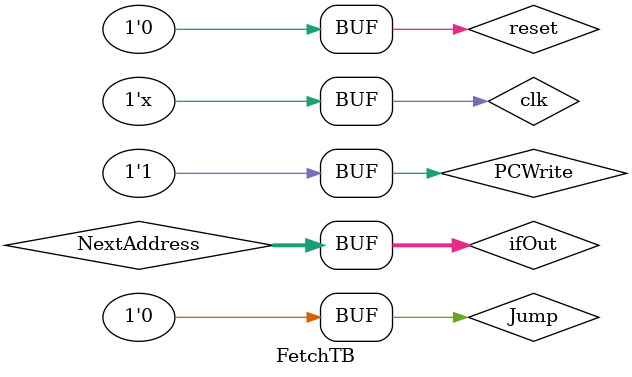
<source format=v>
module FetchTB();

	reg [31:0] NextAddress,ExecuteMux;
	reg clk, reset, Jump,PCWrite;
	wire [31:0] ifOut, inst, currentAddr,result,internPC,Ex;
	
	
	assign NextAddress = ifOut;

	Fetch2 uut (.NextAddress(NextAddress),.ExecuteMux(Ex),.clk(clk),.reset(reset),.Jump(Jump),.inst(inst),.ifOut(ifOut),.PCWrite(PCWrite));
	Execute u0 (.instruct(inst),.address(ifOut),.signExnd(32'b0),.mem1Read(32'b0),.mem2Read(32'b0),.ALUSrc(1'b0),.Branch(1'b0),.FunctC(4'b0000),.ALUOp(2'b01),.ALUResult(result),.MX2(Ex));
	
	assign NextAddress = (reset) ? 32'b00000000000000000000000000000000:NextAddress;

	initial begin
	clk = 0;
	reset = 1;
	Jump = 0;
	PCWrite = 0;
	//NextAddress = 32'b0;
	#10;
	reset = 0;
	PCWrite = 1;
	//NextAddress = 32'b100;
	//NextAddress = 32'b1000;
	end

	//assign BranchMuxResult = currentAddr;
	always #5 clk = ~clk;
endmodule	
	
</source>
